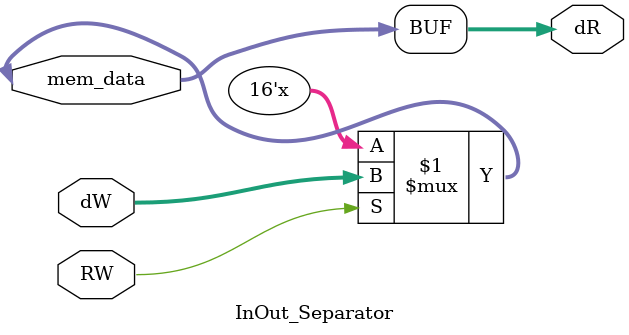
<source format=v>
`timescale 1ns / 1ps
module InOut_Separator(input[15:0] dW, input RW, output[15:0] dR, inout[15:0] mem_data);
	
	assign dR = mem_data;
	assign mem_data = (RW?dW:16'bz);
endmodule

</source>
